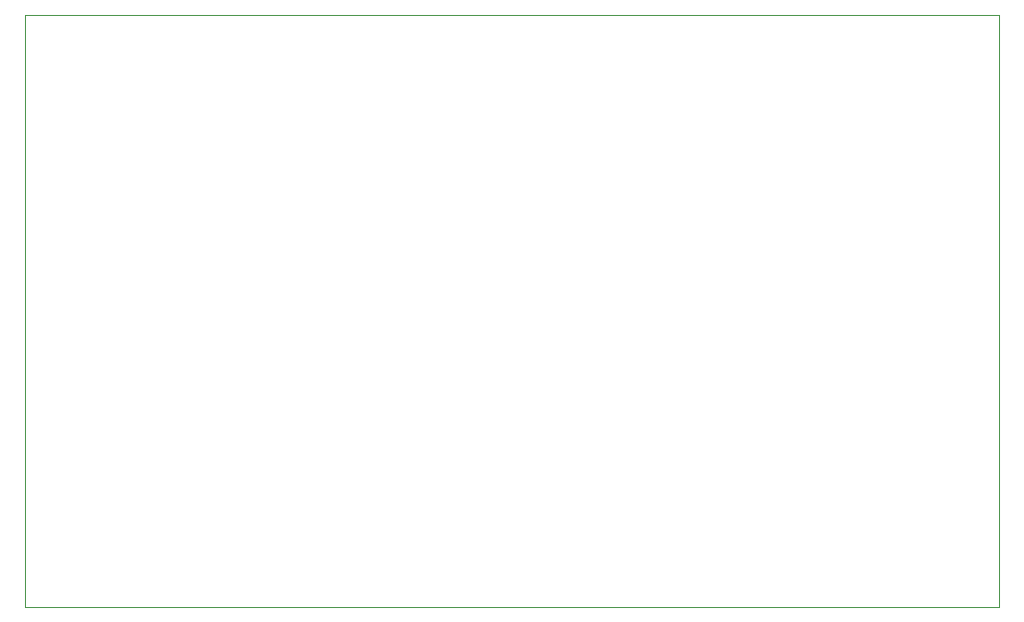
<source format=gm1>
G04 #@! TF.GenerationSoftware,KiCad,Pcbnew,6.0.2+dfsg-1*
G04 #@! TF.CreationDate,2023-07-29T12:32:46+02:00*
G04 #@! TF.ProjectId,MagicQuartz-Mega,4d616769-6351-4756-9172-747a2d4d6567,rev?*
G04 #@! TF.SameCoordinates,Original*
G04 #@! TF.FileFunction,Profile,NP*
%FSLAX46Y46*%
G04 Gerber Fmt 4.6, Leading zero omitted, Abs format (unit mm)*
G04 Created by KiCad (PCBNEW 6.0.2+dfsg-1) date 2023-07-29 12:32:46*
%MOMM*%
%LPD*%
G01*
G04 APERTURE LIST*
G04 #@! TA.AperFunction,Profile*
%ADD10C,0.050000*%
G04 #@! TD*
G04 #@! TA.AperFunction,Profile*
%ADD11C,0.100000*%
G04 #@! TD*
G04 APERTURE END LIST*
D10*
X62230000Y-105410000D02*
X62230000Y-104775000D01*
X144780000Y-104775000D02*
X144780000Y-105410000D01*
D11*
X144780000Y-154940000D02*
X62230000Y-154940000D01*
X144780000Y-105410000D02*
X144780000Y-154940000D01*
X62230000Y-154940000D02*
X62230000Y-105410000D01*
X62230000Y-104775000D02*
X144780000Y-104775000D01*
M02*

</source>
